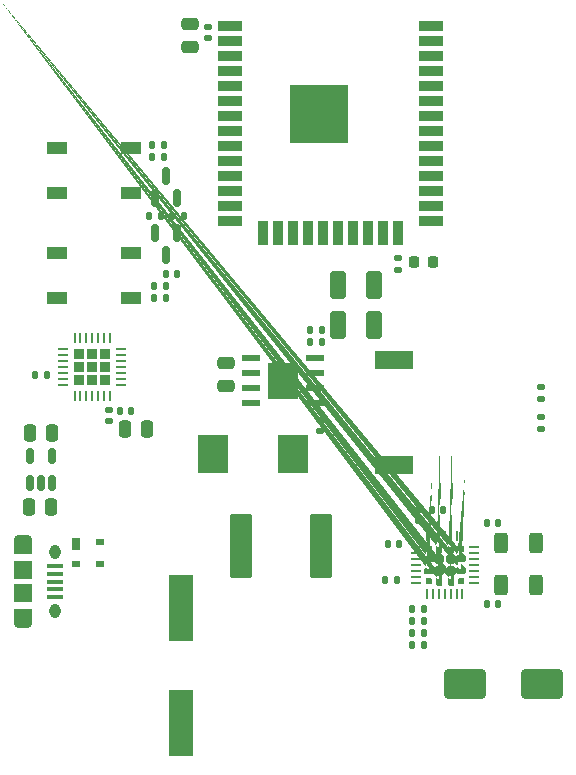
<source format=gtp>
%TF.GenerationSoftware,KiCad,Pcbnew,6.0.4-6f826c9f35~116~ubuntu20.04.1*%
%TF.CreationDate,2022-03-30T05:15:31+01:00*%
%TF.ProjectId,step32,73746570-3332-42e6-9b69-6361645f7063,rev?*%
%TF.SameCoordinates,Original*%
%TF.FileFunction,Paste,Top*%
%TF.FilePolarity,Positive*%
%FSLAX46Y46*%
G04 Gerber Fmt 4.6, Leading zero omitted, Abs format (unit mm)*
G04 Created by KiCad (PCBNEW 6.0.4-6f826c9f35~116~ubuntu20.04.1) date 2022-03-30 05:15:31*
%MOMM*%
%LPD*%
G01*
G04 APERTURE LIST*
G04 Aperture macros list*
%AMRoundRect*
0 Rectangle with rounded corners*
0 $1 Rounding radius*
0 $2 $3 $4 $5 $6 $7 $8 $9 X,Y pos of 4 corners*
0 Add a 4 corners polygon primitive as box body*
4,1,4,$2,$3,$4,$5,$6,$7,$8,$9,$2,$3,0*
0 Add four circle primitives for the rounded corners*
1,1,$1+$1,$2,$3*
1,1,$1+$1,$4,$5*
1,1,$1+$1,$6,$7*
1,1,$1+$1,$8,$9*
0 Add four rect primitives between the rounded corners*
20,1,$1+$1,$2,$3,$4,$5,0*
20,1,$1+$1,$4,$5,$6,$7,0*
20,1,$1+$1,$6,$7,$8,$9,0*
20,1,$1+$1,$8,$9,$2,$3,0*%
%AMFreePoly0*
4,1,51,0.328940,0.270148,0.332669,0.270806,0.335948,0.268913,0.347022,0.266960,0.363988,0.252724,0.383168,0.241650,0.385799,0.234422,0.391691,0.229478,0.395537,0.207667,0.403112,0.186855,0.403112,-0.116234,0.402193,-0.121446,0.402787,-0.123663,0.401203,-0.127060,0.397971,-0.145390,0.386008,-0.159647,0.378144,-0.176512,0.307524,-0.247133,0.303189,-0.250168,0.302041,-0.252157,
0.298518,-0.253439,0.283273,-0.264114,0.264734,-0.265736,0.247246,-0.272101,-0.247246,-0.272101,-0.252459,-0.271182,-0.254677,-0.271776,-0.258075,-0.270192,-0.276402,-0.266960,-0.290659,-0.254997,-0.307525,-0.247132,-0.378144,-0.176512,-0.381179,-0.172177,-0.383168,-0.171029,-0.384451,-0.167505,-0.395125,-0.152260,-0.396747,-0.133722,-0.403112,-0.116234,-0.403112,0.186855,-0.401159,0.197929,
-0.401817,0.201658,-0.399924,0.204937,-0.397971,0.216011,-0.383735,0.232977,-0.372661,0.252157,-0.365433,0.254788,-0.360489,0.260680,-0.338678,0.264526,-0.317866,0.272101,0.317866,0.272101,0.328940,0.270148,0.328940,0.270148,$1*%
%AMFreePoly1*
4,1,51,0.121446,0.402193,0.123663,0.402787,0.127060,0.401203,0.145390,0.397971,0.159647,0.386008,0.176512,0.378144,0.247132,0.307525,0.250168,0.303189,0.252157,0.302041,0.253440,0.298517,0.264114,0.283273,0.265736,0.264734,0.272101,0.247246,0.272101,-0.247246,0.271182,-0.252459,0.271776,-0.254677,0.270192,-0.258075,0.266960,-0.276402,0.254997,-0.290659,0.247132,-0.307525,
0.176512,-0.378144,0.172177,-0.381179,0.171029,-0.383168,0.167505,-0.384451,0.152260,-0.395125,0.133722,-0.396747,0.116234,-0.403112,-0.186855,-0.403112,-0.197929,-0.401159,-0.201658,-0.401817,-0.204937,-0.399924,-0.216011,-0.397971,-0.232977,-0.383735,-0.252157,-0.372661,-0.254788,-0.365433,-0.260680,-0.360489,-0.264526,-0.338678,-0.272101,-0.317866,-0.272101,0.317866,-0.270148,0.328940,
-0.270806,0.332669,-0.268913,0.335948,-0.266960,0.347022,-0.252724,0.363988,-0.241650,0.383168,-0.234422,0.385799,-0.229478,0.391691,-0.207667,0.395537,-0.186855,0.403112,0.116234,0.403112,0.121446,0.402193,0.121446,0.402193,$1*%
%AMFreePoly2*
4,1,48,0.180784,0.266839,0.197812,0.266839,0.211588,0.256830,0.227783,0.251568,0.237792,0.237792,0.251568,0.227783,0.256830,0.211588,0.266839,0.197812,0.266839,0.180784,0.272101,0.164589,0.272101,-0.075523,0.269420,-0.083774,0.270777,-0.092342,0.259348,-0.114773,0.251568,-0.138717,0.244550,-0.143816,0.240611,-0.151546,0.151545,-0.240611,0.143817,-0.244549,0.138717,-0.251568,
0.114772,-0.259348,0.092342,-0.270777,0.083774,-0.269420,0.075523,-0.272101,-0.164589,-0.272101,-0.180784,-0.266839,-0.197812,-0.266839,-0.211588,-0.256830,-0.227783,-0.251568,-0.237792,-0.237792,-0.251568,-0.227783,-0.256830,-0.211588,-0.266839,-0.197812,-0.266839,-0.180784,-0.272101,-0.164589,-0.272101,0.164589,-0.266839,0.180784,-0.266839,0.197812,-0.256830,0.211588,-0.251568,0.227783,
-0.237792,0.237792,-0.227783,0.251568,-0.211588,0.256830,-0.197812,0.266839,-0.180784,0.266839,-0.164589,0.272101,0.164589,0.272101,0.180784,0.266839,0.180784,0.266839,$1*%
%AMFreePoly3*
4,1,48,0.083774,0.269420,0.092342,0.270777,0.114772,0.259348,0.138717,0.251568,0.143817,0.244549,0.151545,0.240611,0.240611,0.151546,0.244550,0.143816,0.251568,0.138717,0.259348,0.114773,0.270777,0.092342,0.269420,0.083774,0.272101,0.075523,0.272101,-0.164589,0.266839,-0.180784,0.266839,-0.197812,0.256830,-0.211588,0.251568,-0.227783,0.237792,-0.237792,0.227783,-0.251568,
0.211588,-0.256830,0.197812,-0.266839,0.180784,-0.266839,0.164589,-0.272101,-0.164589,-0.272101,-0.180784,-0.266839,-0.197812,-0.266839,-0.211588,-0.256830,-0.227783,-0.251568,-0.237792,-0.237792,-0.251568,-0.227783,-0.256830,-0.211588,-0.266839,-0.197812,-0.266839,-0.180784,-0.272101,-0.164589,-0.272101,0.164589,-0.266839,0.180784,-0.266839,0.197812,-0.256830,0.211588,-0.251568,0.227783,
-0.237792,0.237792,-0.227783,0.251568,-0.211588,0.256830,-0.197812,0.266839,-0.180784,0.266839,-0.164589,0.272101,0.075523,0.272101,0.083774,0.269420,0.083774,0.269420,$1*%
%AMFreePoly4*
4,1,48,0.180784,0.266839,0.197812,0.266839,0.211588,0.256830,0.227783,0.251568,0.237792,0.237792,0.251568,0.227783,0.256830,0.211588,0.266839,0.197812,0.266839,0.180784,0.272101,0.164589,0.272101,-0.164589,0.266839,-0.180784,0.266839,-0.197812,0.256830,-0.211588,0.251568,-0.227783,0.237792,-0.237792,0.227783,-0.251568,0.211588,-0.256830,0.197812,-0.266839,0.180784,-0.266839,
0.164589,-0.272101,-0.164589,-0.272101,-0.180784,-0.266839,-0.197812,-0.266839,-0.211588,-0.256830,-0.227783,-0.251568,-0.237792,-0.237792,-0.251568,-0.227783,-0.256830,-0.211588,-0.266839,-0.197812,-0.266839,-0.180784,-0.272101,-0.164589,-0.272101,0.075523,-0.269420,0.083774,-0.270777,0.092342,-0.259348,0.114772,-0.251568,0.138717,-0.244549,0.143817,-0.240611,0.151545,-0.151546,0.240611,
-0.143816,0.244550,-0.138717,0.251568,-0.114773,0.259348,-0.092342,0.270777,-0.083774,0.269420,-0.075523,0.272101,0.164589,0.272101,0.180784,0.266839,0.180784,0.266839,$1*%
%AMFreePoly5*
4,1,51,0.252459,0.271182,0.254676,0.271776,0.258073,0.270192,0.276402,0.266960,0.290658,0.254997,0.307524,0.247133,0.378144,0.176512,0.381179,0.172177,0.383168,0.171029,0.384451,0.167505,0.395125,0.152260,0.396747,0.133722,0.403112,0.116234,0.403112,-0.186855,0.401159,-0.197929,0.401817,-0.201658,0.399924,-0.204937,0.397971,-0.216011,0.383735,-0.232977,0.372661,-0.252157,
0.365433,-0.254788,0.360489,-0.260680,0.338678,-0.264526,0.317866,-0.272101,-0.317866,-0.272101,-0.328940,-0.270148,-0.332669,-0.270806,-0.335948,-0.268913,-0.347022,-0.266960,-0.363988,-0.252724,-0.383168,-0.241650,-0.385799,-0.234422,-0.391691,-0.229478,-0.395537,-0.207667,-0.403112,-0.186855,-0.403112,0.116234,-0.402193,0.121446,-0.402787,0.123663,-0.401203,0.127060,-0.397971,0.145390,
-0.386008,0.159647,-0.378144,0.176512,-0.307525,0.247132,-0.303189,0.250168,-0.302041,0.252157,-0.298517,0.253440,-0.283273,0.264114,-0.264734,0.265736,-0.247246,0.272101,0.247246,0.272101,0.252459,0.271182,0.252459,0.271182,$1*%
%AMFreePoly6*
4,1,48,0.180784,0.266839,0.197812,0.266839,0.211588,0.256830,0.227783,0.251568,0.237792,0.237792,0.251568,0.227783,0.256830,0.211588,0.266839,0.197812,0.266839,0.180784,0.272101,0.164589,0.272101,-0.164589,0.266839,-0.180784,0.266839,-0.197812,0.256830,-0.211588,0.251568,-0.227783,0.237792,-0.237792,0.227783,-0.251568,0.211588,-0.256830,0.197812,-0.266839,0.180784,-0.266839,
0.164589,-0.272101,-0.075523,-0.272101,-0.083774,-0.269420,-0.092342,-0.270777,-0.114773,-0.259348,-0.138717,-0.251568,-0.143816,-0.244550,-0.151546,-0.240611,-0.240611,-0.151545,-0.244549,-0.143817,-0.251568,-0.138717,-0.259348,-0.114772,-0.270777,-0.092342,-0.269420,-0.083774,-0.272101,-0.075523,-0.272101,0.164589,-0.266839,0.180784,-0.266839,0.197812,-0.256830,0.211588,-0.251568,0.227783,
-0.237792,0.237792,-0.227783,0.251568,-0.211588,0.256830,-0.197812,0.266839,-0.180784,0.266839,-0.164589,0.272101,0.164589,0.272101,0.180784,0.266839,0.180784,0.266839,$1*%
%AMFreePoly7*
4,1,51,0.197929,0.401159,0.201658,0.401817,0.204937,0.399924,0.216011,0.397971,0.232977,0.383735,0.252157,0.372661,0.254788,0.365433,0.260680,0.360489,0.264526,0.338678,0.272101,0.317866,0.272101,-0.317866,0.270148,-0.328940,0.270806,-0.332669,0.268913,-0.335948,0.266960,-0.347022,0.252724,-0.363988,0.241650,-0.383168,0.234422,-0.385799,0.229478,-0.391691,0.207667,-0.395537,
0.186855,-0.403112,-0.116234,-0.403112,-0.121446,-0.402193,-0.123663,-0.402787,-0.127060,-0.401203,-0.145390,-0.397971,-0.159647,-0.386008,-0.176512,-0.378144,-0.247133,-0.307524,-0.250168,-0.303189,-0.252157,-0.302041,-0.253439,-0.298518,-0.264114,-0.283273,-0.265736,-0.264734,-0.272101,-0.247246,-0.272101,0.247246,-0.271182,0.252459,-0.271776,0.254676,-0.270192,0.258073,-0.266960,0.276402,
-0.254997,0.290658,-0.247133,0.307524,-0.176512,0.378144,-0.172177,0.381179,-0.171029,0.383168,-0.167505,0.384451,-0.152260,0.395125,-0.133722,0.396747,-0.116234,0.403112,0.186855,0.403112,0.197929,0.401159,0.197929,0.401159,$1*%
G04 Aperture macros list end*
%ADD10RoundRect,0.140000X-0.140000X-0.170000X0.140000X-0.170000X0.140000X0.170000X-0.140000X0.170000X0*%
%ADD11RoundRect,0.250000X-0.712500X-2.475000X0.712500X-2.475000X0.712500X2.475000X-0.712500X2.475000X0*%
%ADD12RoundRect,0.135000X-0.135000X-0.185000X0.135000X-0.185000X0.135000X0.185000X-0.135000X0.185000X0*%
%ADD13R,1.700000X1.000000*%
%ADD14FreePoly0,270.000000*%
%ADD15FreePoly1,270.000000*%
%ADD16FreePoly2,270.000000*%
%ADD17RoundRect,0.201557X-0.201556X0.201556X-0.201556X-0.201556X0.201556X-0.201556X0.201556X0.201556X0*%
%ADD18FreePoly3,270.000000*%
%ADD19FreePoly4,270.000000*%
%ADD20FreePoly5,270.000000*%
%ADD21FreePoly6,270.000000*%
%ADD22FreePoly7,270.000000*%
%ADD23RoundRect,0.062500X-0.062500X0.337500X-0.062500X-0.337500X0.062500X-0.337500X0.062500X0.337500X0*%
%ADD24RoundRect,0.062500X-0.337500X0.062500X-0.337500X-0.062500X0.337500X-0.062500X0.337500X0.062500X0*%
%ADD25RoundRect,0.250000X-0.312500X-0.625000X0.312500X-0.625000X0.312500X0.625000X-0.312500X0.625000X0*%
%ADD26RoundRect,0.140000X0.170000X-0.140000X0.170000X0.140000X-0.170000X0.140000X-0.170000X-0.140000X0*%
%ADD27RoundRect,0.135000X0.135000X0.185000X-0.135000X0.185000X-0.135000X-0.185000X0.135000X-0.185000X0*%
%ADD28RoundRect,0.150000X-0.150000X0.587500X-0.150000X-0.587500X0.150000X-0.587500X0.150000X0.587500X0*%
%ADD29RoundRect,0.140000X0.140000X0.170000X-0.140000X0.170000X-0.140000X-0.170000X0.140000X-0.170000X0*%
%ADD30R,0.700000X1.000000*%
%ADD31R,0.700000X0.600000*%
%ADD32RoundRect,0.150000X0.150000X-0.587500X0.150000X0.587500X-0.150000X0.587500X-0.150000X-0.587500X0*%
%ADD33RoundRect,0.250000X0.475000X-0.250000X0.475000X0.250000X-0.475000X0.250000X-0.475000X-0.250000X0*%
%ADD34RoundRect,0.135000X-0.185000X0.135000X-0.185000X-0.135000X0.185000X-0.135000X0.185000X0.135000X0*%
%ADD35R,2.500000X3.300000*%
%ADD36RoundRect,0.140000X-0.170000X0.140000X-0.170000X-0.140000X0.170000X-0.140000X0.170000X0.140000X0*%
%ADD37O,1.550000X0.890000*%
%ADD38O,0.950000X1.250000*%
%ADD39R,1.350000X0.400000*%
%ADD40R,1.550000X1.200000*%
%ADD41R,1.550000X1.500000*%
%ADD42RoundRect,0.250000X0.412500X0.925000X-0.412500X0.925000X-0.412500X-0.925000X0.412500X-0.925000X0*%
%ADD43R,2.000000X5.700000*%
%ADD44RoundRect,0.250000X-0.250000X-0.475000X0.250000X-0.475000X0.250000X0.475000X-0.250000X0.475000X0*%
%ADD45RoundRect,0.150000X0.150000X-0.512500X0.150000X0.512500X-0.150000X0.512500X-0.150000X-0.512500X0*%
%ADD46R,3.200000X1.600000*%
%ADD47RoundRect,0.250000X-1.500000X-1.000000X1.500000X-1.000000X1.500000X1.000000X-1.500000X1.000000X0*%
%ADD48R,2.000000X0.900000*%
%ADD49R,0.900000X2.000000*%
%ADD50R,5.000000X5.000000*%
%ADD51RoundRect,0.218750X0.218750X0.256250X-0.218750X0.256250X-0.218750X-0.256250X0.218750X-0.256250X0*%
%ADD52R,1.550000X0.600000*%
%ADD53R,2.600000X3.100000*%
%ADD54RoundRect,0.225000X0.225000X-0.225000X0.225000X0.225000X-0.225000X0.225000X-0.225000X-0.225000X0*%
%ADD55RoundRect,0.062500X0.062500X-0.337500X0.062500X0.337500X-0.062500X0.337500X-0.062500X-0.337500X0*%
%ADD56RoundRect,0.062500X0.337500X-0.062500X0.337500X0.062500X-0.337500X0.062500X-0.337500X-0.062500X0*%
G04 APERTURE END LIST*
D10*
%TO.C,C21*%
X140744000Y-104775000D03*
X141704000Y-104775000D03*
%TD*%
%TO.C,C20*%
X141704000Y-111633000D03*
X140744000Y-111633000D03*
%TD*%
D11*
%TO.C,F1*%
X119929500Y-106680000D03*
X126704500Y-106680000D03*
%TD*%
D12*
%TO.C,R9*%
X134392000Y-115062000D03*
X135412000Y-115062000D03*
%TD*%
%TO.C,R11*%
X112520000Y-85725000D03*
X113540000Y-85725000D03*
%TD*%
D13*
%TO.C,SW2*%
X104292000Y-81920000D03*
X110592000Y-81920000D03*
X110592000Y-85720000D03*
X104292000Y-85720000D03*
%TD*%
D14*
%TO.C,U3*%
X138497500Y-107831000D03*
D15*
X137660000Y-106993500D03*
D16*
X138497500Y-106993500D03*
D17*
X136660000Y-107831000D03*
D18*
X135822500Y-106993500D03*
D15*
X136660000Y-106993500D03*
D19*
X135822500Y-109668500D03*
D20*
X135822500Y-107831000D03*
D17*
X137660000Y-108831000D03*
X137660000Y-107831000D03*
D21*
X138497500Y-109668500D03*
D17*
X136660000Y-108831000D03*
D22*
X136660000Y-109668500D03*
D20*
X135822500Y-108831000D03*
D14*
X138497500Y-108831000D03*
D22*
X137660000Y-109668500D03*
D23*
X138660000Y-105881000D03*
X138160000Y-105881000D03*
X137660000Y-105881000D03*
X137160000Y-105881000D03*
X136660000Y-105881000D03*
X136160000Y-105881000D03*
X135660000Y-105881000D03*
D24*
X134710000Y-106831000D03*
X134710000Y-107331000D03*
X134710000Y-107831000D03*
X134710000Y-108331000D03*
X134710000Y-108831000D03*
X134710000Y-109331000D03*
X134710000Y-109831000D03*
D23*
X135660000Y-110781000D03*
X136160000Y-110781000D03*
X136660000Y-110781000D03*
X137160000Y-110781000D03*
X137660000Y-110781000D03*
X138160000Y-110781000D03*
X138660000Y-110781000D03*
D24*
X139610000Y-109831000D03*
X139610000Y-109331000D03*
X139610000Y-108831000D03*
X139610000Y-108331000D03*
X139610000Y-107831000D03*
X139610000Y-107331000D03*
X139610000Y-106831000D03*
%TD*%
D25*
%TO.C,R15*%
X141920500Y-106426000D03*
X144845500Y-106426000D03*
%TD*%
D26*
%TO.C,C4*%
X117094000Y-62766000D03*
X117094000Y-63726000D03*
%TD*%
D27*
%TO.C,R13*%
X133098000Y-109601000D03*
X132078000Y-109601000D03*
%TD*%
D28*
%TO.C,Q1*%
X113538000Y-82090500D03*
X112588000Y-80215500D03*
X114488000Y-80215500D03*
%TD*%
D29*
%TO.C,C7*%
X133322000Y-106553000D03*
X132362000Y-106553000D03*
%TD*%
D30*
%TO.C,D1*%
X105934000Y-106565000D03*
D31*
X105934000Y-108265000D03*
X107934000Y-108265000D03*
X107934000Y-106365000D03*
%TD*%
D32*
%TO.C,Q2*%
X112588000Y-77264500D03*
X114488000Y-77264500D03*
X113538000Y-75389500D03*
%TD*%
D13*
%TO.C,SW1*%
X110592000Y-73030000D03*
X104292000Y-73030000D03*
X110592000Y-76830000D03*
X104292000Y-76830000D03*
%TD*%
D33*
%TO.C,C3*%
X115570000Y-62550000D03*
X115570000Y-64450000D03*
%TD*%
D34*
%TO.C,R5*%
X145288000Y-93206000D03*
X145288000Y-94226000D03*
%TD*%
%TO.C,R2*%
X133223000Y-82294000D03*
X133223000Y-83314000D03*
%TD*%
D35*
%TO.C,D3*%
X117504000Y-98933000D03*
X124304000Y-98933000D03*
%TD*%
D27*
%TO.C,R16*%
X126748000Y-89408000D03*
X125728000Y-89408000D03*
%TD*%
D36*
%TO.C,C13*%
X126619000Y-96040000D03*
X126619000Y-97000000D03*
%TD*%
D27*
%TO.C,R12*%
X113540000Y-84709000D03*
X112520000Y-84709000D03*
%TD*%
%TO.C,R10*%
X135412000Y-114046000D03*
X134392000Y-114046000D03*
%TD*%
D37*
%TO.C,J1*%
X101443000Y-106228000D03*
X101443000Y-113228000D03*
D38*
X104143000Y-107228000D03*
X104143000Y-112228000D03*
D39*
X104143000Y-108428000D03*
X104143000Y-109078000D03*
X104143000Y-109728000D03*
X104143000Y-110378000D03*
X104143000Y-111028000D03*
D40*
X101443000Y-112628000D03*
D41*
X101443000Y-108728000D03*
D40*
X101443000Y-106828000D03*
D41*
X101443000Y-110728000D03*
%TD*%
D42*
%TO.C,C16*%
X128129500Y-84582000D03*
X131204500Y-84582000D03*
%TD*%
D12*
%TO.C,R17*%
X125728000Y-88392000D03*
X126748000Y-88392000D03*
%TD*%
D43*
%TO.C,C15*%
X114808000Y-111982750D03*
X114808000Y-121682750D03*
%TD*%
D27*
%TO.C,R1*%
X103507000Y-92202000D03*
X102487000Y-92202000D03*
%TD*%
%TO.C,R8*%
X112393000Y-73787000D03*
X113413000Y-73787000D03*
%TD*%
D44*
%TO.C,C18*%
X102047000Y-97155000D03*
X103947000Y-97155000D03*
%TD*%
D10*
%TO.C,C2*%
X109629000Y-95250000D03*
X110589000Y-95250000D03*
%TD*%
D36*
%TO.C,C5*%
X108712000Y-95151000D03*
X108712000Y-96111000D03*
%TD*%
D45*
%TO.C,U5*%
X102047000Y-101340500D03*
X102997000Y-101340500D03*
X103947000Y-101340500D03*
X103947000Y-99065500D03*
X102047000Y-99065500D03*
%TD*%
D42*
%TO.C,C17*%
X131204500Y-88011000D03*
X128129500Y-88011000D03*
%TD*%
D29*
%TO.C,C11*%
X137005000Y-103632000D03*
X136045000Y-103632000D03*
%TD*%
D46*
%TO.C,L1*%
X132842000Y-90927000D03*
X132842000Y-99827000D03*
%TD*%
D12*
%TO.C,R7*%
X112393000Y-72771000D03*
X113413000Y-72771000D03*
%TD*%
D44*
%TO.C,C12*%
X101920000Y-103378000D03*
X103820000Y-103378000D03*
%TD*%
%TO.C,C1*%
X110048000Y-96774000D03*
X111948000Y-96774000D03*
%TD*%
D29*
%TO.C,C8*%
X135382000Y-112014000D03*
X134422000Y-112014000D03*
%TD*%
D47*
%TO.C,C10*%
X138863000Y-118364000D03*
X145363000Y-118364000D03*
%TD*%
D27*
%TO.C,R3*%
X115064000Y-78740000D03*
X114044000Y-78740000D03*
%TD*%
D25*
%TO.C,R14*%
X141920500Y-109982000D03*
X144845500Y-109982000D03*
%TD*%
D48*
%TO.C,U2*%
X119008000Y-62654000D03*
X119008000Y-63924000D03*
X119008000Y-65194000D03*
X119008000Y-66464000D03*
X119008000Y-67734000D03*
X119008000Y-69004000D03*
X119008000Y-70274000D03*
X119008000Y-71544000D03*
X119008000Y-72814000D03*
X119008000Y-74084000D03*
X119008000Y-75354000D03*
X119008000Y-76624000D03*
X119008000Y-77894000D03*
X119008000Y-79164000D03*
D49*
X121793000Y-80164000D03*
X123063000Y-80164000D03*
X124333000Y-80164000D03*
X125603000Y-80164000D03*
X126873000Y-80164000D03*
X128143000Y-80164000D03*
X129413000Y-80164000D03*
X130683000Y-80164000D03*
X131953000Y-80164000D03*
X133223000Y-80164000D03*
D48*
X136008000Y-79164000D03*
X136008000Y-77894000D03*
X136008000Y-76624000D03*
X136008000Y-75354000D03*
X136008000Y-74084000D03*
X136008000Y-72814000D03*
X136008000Y-71544000D03*
X136008000Y-70274000D03*
X136008000Y-69004000D03*
X136008000Y-67734000D03*
X136008000Y-66464000D03*
X136008000Y-65194000D03*
X136008000Y-63924000D03*
X136008000Y-62654000D03*
D50*
X126508000Y-70154000D03*
%TD*%
D51*
%TO.C,D2*%
X136169500Y-82677000D03*
X134594500Y-82677000D03*
%TD*%
D10*
%TO.C,C6*%
X113566000Y-83693000D03*
X114526000Y-83693000D03*
%TD*%
D34*
%TO.C,R6*%
X145288000Y-95746000D03*
X145288000Y-96766000D03*
%TD*%
D12*
%TO.C,R4*%
X112139000Y-78740000D03*
X113159000Y-78740000D03*
%TD*%
D52*
%TO.C,U4*%
X126144000Y-94615000D03*
X126144000Y-93345000D03*
X126144000Y-92075000D03*
X126144000Y-90805000D03*
X120744000Y-90805000D03*
X120744000Y-92075000D03*
X120744000Y-93345000D03*
X120744000Y-94615000D03*
D53*
X123444000Y-92710000D03*
%TD*%
D26*
%TO.C,C14*%
X135001000Y-104620000D03*
X135001000Y-103660000D03*
%TD*%
D33*
%TO.C,C9*%
X118618000Y-93152000D03*
X118618000Y-91252000D03*
%TD*%
D29*
%TO.C,C19*%
X135382000Y-113030000D03*
X134422000Y-113030000D03*
%TD*%
D54*
%TO.C,U1*%
X106195000Y-92687000D03*
X108435000Y-92687000D03*
X107315000Y-92687000D03*
X108435000Y-91567000D03*
X107315000Y-90447000D03*
X106195000Y-90447000D03*
X107315000Y-91567000D03*
X106195000Y-91567000D03*
X108435000Y-90447000D03*
D55*
X105815000Y-94017000D03*
X106315000Y-94017000D03*
X106815000Y-94017000D03*
X107315000Y-94017000D03*
X107815000Y-94017000D03*
X108315000Y-94017000D03*
X108815000Y-94017000D03*
D56*
X109765000Y-93067000D03*
X109765000Y-92567000D03*
X109765000Y-92067000D03*
X109765000Y-91567000D03*
X109765000Y-91067000D03*
X109765000Y-90567000D03*
X109765000Y-90067000D03*
D55*
X108815000Y-89117000D03*
X108315000Y-89117000D03*
X107815000Y-89117000D03*
X107315000Y-89117000D03*
X106815000Y-89117000D03*
X106315000Y-89117000D03*
X105815000Y-89117000D03*
D56*
X104865000Y-90067000D03*
X104865000Y-90567000D03*
X104865000Y-91067000D03*
X104865000Y-91567000D03*
X104865000Y-92067000D03*
X104865000Y-92567000D03*
X104865000Y-93067000D03*
%TD*%
M02*

</source>
